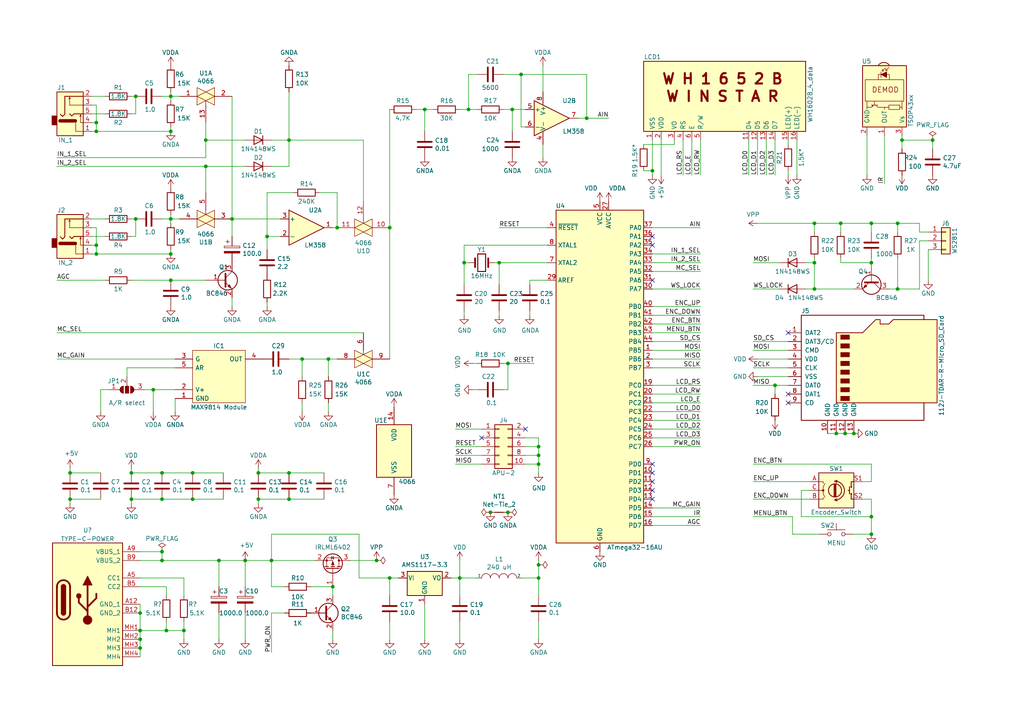
<source format=kicad_sch>
(kicad_sch (version 20211123) (generator eeschema)
  (paper "A4")
  (junction (at 20.32 144.78))
  (junction (at 252.73 76.2))
  (junction (at 156.21 167.64))
  (junction (at 40.64 185.42))
  (junction (at 27.94 38.1))
  (junction (at 71.12 162.56))
  (junction (at 46.99 162.56))
  (junction (at 109.22 162.56))
  (junction (at 74.93 137.16))
  (junction (at 38.1 137.16))
  (junction (at 83.82 137.16))
  (junction (at 245.11 125.73))
  (junction (at 113.03 66.04))
  (junction (at 133.35 167.64))
  (junction (at 142.24 148.59))
  (junction (at 236.22 83.82))
  (junction (at 59.69 40.64))
  (junction (at 270.51 40.64))
  (junction (at 38.1 144.78))
  (junction (at 156.21 129.54))
  (junction (at 123.19 31.75))
  (junction (at 49.53 38.1))
  (junction (at 53.34 182.88))
  (junction (at 27.94 35.56))
  (junction (at 83.82 144.78))
  (junction (at 113.03 167.64))
  (junction (at 46.99 160.02))
  (junction (at 97.79 66.04))
  (junction (at 252.73 64.77))
  (junction (at 55.88 137.16))
  (junction (at 87.63 104.14))
  (junction (at 46.99 137.16))
  (junction (at 95.25 104.14))
  (junction (at 134.62 76.2))
  (junction (at 147.32 105.41))
  (junction (at 236.22 64.77))
  (junction (at 27.94 71.12))
  (junction (at 77.47 68.58))
  (junction (at 49.53 81.28))
  (junction (at 261.62 40.64))
  (junction (at 67.31 63.5))
  (junction (at 49.53 73.66))
  (junction (at 156.21 132.08))
  (junction (at 20.32 137.16))
  (junction (at 49.53 27.94))
  (junction (at 40.64 182.88))
  (junction (at 39.37 63.5))
  (junction (at 49.53 63.5))
  (junction (at 252.73 149.86))
  (junction (at 48.26 182.88))
  (junction (at 151.13 21.59))
  (junction (at 27.94 73.66))
  (junction (at 39.37 27.94))
  (junction (at 156.21 134.62))
  (junction (at 148.59 31.75))
  (junction (at 63.5 162.56))
  (junction (at 147.32 148.59))
  (junction (at 224.79 111.76))
  (junction (at 170.18 34.29))
  (junction (at 74.93 144.78))
  (junction (at 189.23 49.53))
  (junction (at 135.89 31.75))
  (junction (at 96.52 170.18))
  (junction (at 78.74 162.56))
  (junction (at 260.35 64.77))
  (junction (at 144.78 76.2))
  (junction (at 40.64 177.8))
  (junction (at 247.65 125.73))
  (junction (at 44.45 113.03))
  (junction (at 252.73 154.94))
  (junction (at 236.22 76.2))
  (junction (at 46.99 144.78))
  (junction (at 243.84 64.77))
  (junction (at 156.21 163.83))
  (junction (at 242.57 125.73))
  (junction (at 55.88 144.78))
  (junction (at 59.69 48.26))
  (junction (at 40.64 187.96))
  (junction (at 260.35 83.82))
  (junction (at 83.82 40.64))
  (no_connect (at 189.23 142.24))
  (no_connect (at 139.7 127))
  (no_connect (at 189.23 137.16))
  (no_connect (at 189.23 139.7))
  (no_connect (at 228.6 96.52))
  (no_connect (at 189.23 144.78))
  (no_connect (at 189.23 134.62))
  (no_connect (at 189.23 81.28))
  (no_connect (at 189.23 68.58))
  (no_connect (at 189.23 71.12))
  (no_connect (at 228.6 116.84))
  (no_connect (at 152.4 124.46))
  (no_connect (at 228.6 114.3))
  (wire (pts (xy 38.1 135.89) (xy 38.1 137.16)))
  (wire (pts (xy 40.64 167.64) (xy 53.34 167.64)))
  (wire (pts (xy 95.25 104.14) (xy 97.79 104.14)))
  (wire (pts (xy 71.12 162.56) (xy 78.74 162.56)))
  (wire (pts (xy 39.37 68.58) (xy 39.37 63.5)))
  (wire (pts (xy 261.62 40.64) (xy 261.62 39.37)))
  (wire (pts (xy 236.22 74.93) (xy 236.22 76.2)))
  (wire (pts (xy 53.34 182.88) (xy 53.34 185.42)))
  (wire (pts (xy 20.32 137.16) (xy 29.21 137.16)))
  (wire (pts (xy 203.2 50.8) (xy 203.2 40.64)))
  (wire (pts (xy 20.32 146.05) (xy 20.32 144.78)))
  (wire (pts (xy 16.51 96.52) (xy 105.41 96.52)))
  (wire (pts (xy 266.7 83.82) (xy 266.7 69.85)))
  (wire (pts (xy 71.12 40.64) (xy 59.69 40.64)))
  (wire (pts (xy 46.99 160.02) (xy 46.99 162.56)))
  (wire (pts (xy 83.82 26.67) (xy 83.82 40.64)))
  (wire (pts (xy 26.67 35.56) (xy 27.94 35.56)))
  (wire (pts (xy 67.31 63.5) (xy 67.31 68.58)))
  (wire (pts (xy 38.1 81.28) (xy 49.53 81.28)))
  (wire (pts (xy 104.14 167.64) (xy 113.03 167.64)))
  (wire (pts (xy 157.48 45.72) (xy 157.48 41.91)))
  (wire (pts (xy 92.71 55.88) (xy 97.79 55.88)))
  (wire (pts (xy 26.67 68.58) (xy 30.48 68.58)))
  (wire (pts (xy 189.23 99.06) (xy 203.2 99.06)))
  (wire (pts (xy 257.81 83.82) (xy 260.35 83.82)))
  (wire (pts (xy 144.78 76.2) (xy 158.75 76.2)))
  (wire (pts (xy 200.66 50.8) (xy 200.66 40.64)))
  (wire (pts (xy 49.53 63.5) (xy 52.07 63.5)))
  (wire (pts (xy 146.05 105.41) (xy 147.32 105.41)))
  (wire (pts (xy 156.21 127) (xy 156.21 129.54)))
  (wire (pts (xy 44.45 119.38) (xy 44.45 113.03)))
  (wire (pts (xy 143.51 76.2) (xy 144.78 76.2)))
  (wire (pts (xy 41.91 113.03) (xy 44.45 113.03)))
  (wire (pts (xy 256.54 53.34) (xy 256.54 39.37)))
  (wire (pts (xy 48.26 182.88) (xy 53.34 182.88)))
  (wire (pts (xy 96.52 66.04) (xy 97.79 66.04)))
  (wire (pts (xy 83.82 144.78) (xy 93.98 144.78)))
  (wire (pts (xy 77.47 72.39) (xy 77.47 68.58)))
  (wire (pts (xy 266.7 64.77) (xy 266.7 67.31)))
  (wire (pts (xy 36.83 106.68) (xy 50.8 106.68)))
  (wire (pts (xy 16.51 104.14) (xy 50.8 104.14)))
  (wire (pts (xy 67.31 27.94) (xy 67.31 63.5)))
  (wire (pts (xy 232.41 149.86) (xy 252.73 149.86)))
  (wire (pts (xy 134.62 71.12) (xy 158.75 71.12)))
  (wire (pts (xy 269.24 81.28) (xy 269.24 72.39)))
  (wire (pts (xy 27.94 73.66) (xy 49.53 73.66)))
  (wire (pts (xy 152.4 134.62) (xy 156.21 134.62)))
  (wire (pts (xy 243.84 64.77) (xy 243.84 67.31)))
  (wire (pts (xy 90.17 170.18) (xy 96.52 170.18)))
  (wire (pts (xy 50.8 119.38) (xy 50.8 115.57)))
  (wire (pts (xy 133.35 185.42) (xy 133.35 180.34)))
  (wire (pts (xy 49.53 26.67) (xy 49.53 27.94)))
  (wire (pts (xy 189.23 111.76) (xy 203.2 111.76)))
  (wire (pts (xy 53.34 167.64) (xy 53.34 172.72)))
  (wire (pts (xy 186.69 41.91) (xy 195.58 41.91)))
  (wire (pts (xy 38.1 144.78) (xy 38.1 146.05)))
  (wire (pts (xy 26.67 71.12) (xy 27.94 71.12)))
  (wire (pts (xy 151.13 36.83) (xy 151.13 21.59)))
  (wire (pts (xy 236.22 64.77) (xy 243.84 64.77)))
  (wire (pts (xy 156.21 132.08) (xy 156.21 134.62)))
  (wire (pts (xy 55.88 144.78) (xy 64.77 144.78)))
  (wire (pts (xy 27.94 30.48) (xy 26.67 30.48)))
  (wire (pts (xy 39.37 33.02) (xy 39.37 27.94)))
  (wire (pts (xy 78.74 40.64) (xy 83.82 40.64)))
  (wire (pts (xy 90.17 177.8) (xy 88.9 177.8)))
  (wire (pts (xy 245.11 125.73) (xy 242.57 125.73)))
  (wire (pts (xy 59.69 48.26) (xy 59.69 55.88)))
  (wire (pts (xy 228.6 49.53) (xy 228.6 50.8)))
  (wire (pts (xy 195.58 41.91) (xy 195.58 40.64)))
  (wire (pts (xy 252.73 139.7) (xy 252.73 134.62)))
  (wire (pts (xy 27.94 66.04) (xy 26.67 66.04)))
  (wire (pts (xy 229.87 149.86) (xy 218.44 149.86)))
  (wire (pts (xy 134.62 76.2) (xy 135.89 76.2)))
  (wire (pts (xy 189.23 114.3) (xy 203.2 114.3)))
  (wire (pts (xy 29.21 144.78) (xy 20.32 144.78)))
  (wire (pts (xy 176.53 34.29) (xy 170.18 34.29)))
  (wire (pts (xy 189.23 91.44) (xy 203.2 91.44)))
  (wire (pts (xy 71.12 185.42) (xy 71.12 177.8)))
  (wire (pts (xy 132.08 124.46) (xy 139.7 124.46)))
  (wire (pts (xy 153.67 82.55) (xy 153.67 81.28)))
  (wire (pts (xy 156.21 163.83) (xy 156.21 162.56)))
  (wire (pts (xy 138.43 21.59) (xy 135.89 21.59)))
  (wire (pts (xy 226.06 76.2) (xy 218.44 76.2)))
  (wire (pts (xy 46.99 63.5) (xy 49.53 63.5)))
  (wire (pts (xy 74.93 144.78) (xy 83.82 144.78)))
  (wire (pts (xy 133.35 167.64) (xy 138.43 167.64)))
  (wire (pts (xy 237.49 154.94) (xy 229.87 154.94)))
  (wire (pts (xy 48.26 170.18) (xy 48.26 172.72)))
  (wire (pts (xy 123.19 38.1) (xy 123.19 31.75)))
  (wire (pts (xy 203.2 73.66) (xy 189.23 73.66)))
  (wire (pts (xy 49.53 64.77) (xy 49.53 63.5)))
  (wire (pts (xy 219.71 109.22) (xy 228.6 109.22)))
  (wire (pts (xy 59.69 45.72) (xy 59.69 40.64)))
  (wire (pts (xy 63.5 170.18) (xy 63.5 162.56)))
  (wire (pts (xy 74.93 144.78) (xy 74.93 146.05)))
  (wire (pts (xy 20.32 137.16) (xy 20.32 135.89)))
  (wire (pts (xy 252.73 149.86) (xy 252.73 154.94)))
  (wire (pts (xy 146.05 113.03) (xy 147.32 113.03)))
  (wire (pts (xy 243.84 76.2) (xy 252.73 76.2)))
  (wire (pts (xy 77.47 68.58) (xy 81.28 68.58)))
  (wire (pts (xy 63.5 185.42) (xy 63.5 177.8)))
  (wire (pts (xy 113.03 31.75) (xy 113.03 66.04)))
  (wire (pts (xy 133.35 31.75) (xy 135.89 31.75)))
  (wire (pts (xy 224.79 114.3) (xy 224.79 111.76)))
  (wire (pts (xy 252.73 149.86) (xy 252.73 144.78)))
  (wire (pts (xy 38.1 144.78) (xy 46.99 144.78)))
  (wire (pts (xy 156.21 167.64) (xy 156.21 163.83)))
  (wire (pts (xy 156.21 134.62) (xy 156.21 137.16)))
  (wire (pts (xy 218.44 144.78) (xy 234.95 144.78)))
  (wire (pts (xy 78.74 177.8) (xy 82.55 177.8)))
  (wire (pts (xy 233.68 83.82) (xy 236.22 83.82)))
  (wire (pts (xy 132.08 134.62) (xy 139.7 134.62)))
  (wire (pts (xy 49.53 73.66) (xy 49.53 72.39)))
  (wire (pts (xy 40.64 185.42) (xy 40.64 187.96)))
  (wire (pts (xy 96.52 172.72) (xy 96.52 170.18)))
  (wire (pts (xy 78.74 154.94) (xy 104.14 154.94)))
  (wire (pts (xy 83.82 104.14) (xy 87.63 104.14)))
  (wire (pts (xy 49.53 27.94) (xy 49.53 29.21)))
  (wire (pts (xy 189.23 124.46) (xy 203.2 124.46)))
  (wire (pts (xy 148.59 38.1) (xy 148.59 31.75)))
  (wire (pts (xy 252.73 74.93) (xy 252.73 76.2)))
  (wire (pts (xy 189.23 152.4) (xy 203.2 152.4)))
  (wire (pts (xy 46.99 162.56) (xy 63.5 162.56)))
  (wire (pts (xy 38.1 137.16) (xy 46.99 137.16)))
  (wire (pts (xy 252.73 144.78) (xy 250.19 144.78)))
  (wire (pts (xy 218.44 111.76) (xy 224.79 111.76)))
  (wire (pts (xy 27.94 38.1) (xy 27.94 35.56)))
  (wire (pts (xy 49.53 62.23) (xy 49.53 63.5)))
  (wire (pts (xy 157.48 19.05) (xy 157.48 26.67)))
  (wire (pts (xy 260.35 67.31) (xy 260.35 64.77)))
  (wire (pts (xy 236.22 83.82) (xy 247.65 83.82)))
  (wire (pts (xy 135.89 31.75) (xy 138.43 31.75)))
  (wire (pts (xy 261.62 43.18) (xy 261.62 40.64)))
  (wire (pts (xy 203.2 78.74) (xy 189.23 78.74)))
  (wire (pts (xy 67.31 63.5) (xy 81.28 63.5)))
  (wire (pts (xy 38.1 27.94) (xy 39.37 27.94)))
  (wire (pts (xy 234.95 142.24) (xy 232.41 142.24)))
  (wire (pts (xy 104.14 154.94) (xy 104.14 167.64)))
  (wire (pts (xy 71.12 170.18) (xy 71.12 162.56)))
  (wire (pts (xy 95.25 104.14) (xy 95.25 109.22)))
  (wire (pts (xy 152.4 132.08) (xy 156.21 132.08)))
  (wire (pts (xy 26.67 73.66) (xy 27.94 73.66)))
  (wire (pts (xy 153.67 81.28) (xy 158.75 81.28)))
  (wire (pts (xy 26.67 38.1) (xy 27.94 38.1)))
  (wire (pts (xy 153.67 91.44) (xy 153.67 90.17)))
  (wire (pts (xy 219.71 40.64) (xy 219.71 50.8)))
  (wire (pts (xy 266.7 69.85) (xy 269.24 69.85)))
  (wire (pts (xy 132.08 132.08) (xy 139.7 132.08)))
  (wire (pts (xy 144.78 66.04) (xy 158.75 66.04)))
  (wire (pts (xy 46.99 27.94) (xy 49.53 27.94)))
  (wire (pts (xy 252.73 64.77) (xy 260.35 64.77)))
  (wire (pts (xy 40.64 160.02) (xy 46.99 160.02)))
  (wire (pts (xy 151.13 21.59) (xy 146.05 21.59)))
  (wire (pts (xy 38.1 33.02) (xy 39.37 33.02)))
  (wire (pts (xy 83.82 48.26) (xy 78.74 48.26)))
  (wire (pts (xy 234.95 139.7) (xy 218.44 139.7)))
  (wire (pts (xy 218.44 83.82) (xy 226.06 83.82)))
  (wire (pts (xy 87.63 104.14) (xy 95.25 104.14)))
  (wire (pts (xy 78.74 170.18) (xy 82.55 170.18)))
  (wire (pts (xy 55.88 137.16) (xy 64.77 137.16)))
  (wire (pts (xy 170.18 34.29) (xy 170.18 21.59)))
  (wire (pts (xy 46.99 137.16) (xy 55.88 137.16)))
  (wire (pts (xy 144.78 91.44) (xy 144.78 90.17)))
  (wire (pts (xy 63.5 162.56) (xy 71.12 162.56)))
  (wire (pts (xy 27.94 35.56) (xy 27.94 30.48)))
  (wire (pts (xy 83.82 40.64) (xy 105.41 40.64)))
  (wire (pts (xy 105.41 40.64) (xy 105.41 58.42)))
  (wire (pts (xy 152.4 36.83) (xy 151.13 36.83)))
  (wire (pts (xy 133.35 167.64) (xy 130.81 167.64)))
  (wire (pts (xy 203.2 76.2) (xy 189.23 76.2)))
  (wire (pts (xy 74.93 135.89) (xy 74.93 137.16)))
  (wire (pts (xy 113.03 172.72) (xy 113.03 167.64)))
  (wire (pts (xy 77.47 68.58) (xy 77.47 55.88)))
  (wire (pts (xy 156.21 129.54) (xy 156.21 132.08)))
  (wire (pts (xy 49.53 38.1) (xy 49.53 36.83)))
  (wire (pts (xy 38.1 68.58) (xy 39.37 68.58)))
  (wire (pts (xy 189.23 121.92) (xy 203.2 121.92)))
  (wire (pts (xy 133.35 172.72) (xy 133.35 167.64)))
  (wire (pts (xy 59.69 48.26) (xy 71.12 48.26)))
  (wire (pts (xy 133.35 162.56) (xy 133.35 167.64)))
  (wire (pts (xy 46.99 144.78) (xy 55.88 144.78)))
  (wire (pts (xy 219.71 64.77) (xy 236.22 64.77)))
  (wire (pts (xy 203.2 93.98) (xy 189.23 93.98)))
  (wire (pts (xy 189.23 116.84) (xy 203.2 116.84)))
  (wire (pts (xy 151.13 167.64) (xy 156.21 167.64)))
  (wire (pts (xy 27.94 73.66) (xy 27.94 71.12)))
  (wire (pts (xy 217.17 50.8) (xy 217.17 40.64)))
  (wire (pts (xy 78.74 170.18) (xy 78.74 162.56)))
  (wire (pts (xy 83.82 40.64) (xy 83.82 48.26)))
  (wire (pts (xy 40.64 182.88) (xy 40.64 185.42)))
  (wire (pts (xy 270.51 43.18) (xy 270.51 40.64)))
  (wire (pts (xy 123.19 185.42) (xy 123.19 175.26)))
  (wire (pts (xy 219.71 104.14) (xy 228.6 104.14)))
  (wire (pts (xy 78.74 162.56) (xy 91.44 162.56)))
  (wire (pts (xy 132.08 129.54) (xy 139.7 129.54)))
  (wire (pts (xy 123.19 31.75) (xy 125.73 31.75)))
  (wire (pts (xy 16.51 81.28) (xy 30.48 81.28)))
  (wire (pts (xy 77.47 88.9) (xy 77.47 87.63)))
  (wire (pts (xy 137.16 105.41) (xy 138.43 105.41)))
  (wire (pts (xy 198.12 50.8) (xy 198.12 40.64)))
  (wire (pts (xy 40.64 175.26) (xy 40.64 177.8)))
  (wire (pts (xy 16.51 48.26) (xy 59.69 48.26)))
  (wire (pts (xy 270.51 40.64) (xy 261.62 40.64)))
  (wire (pts (xy 229.87 154.94) (xy 229.87 149.86)))
  (wire (pts (xy 250.19 139.7) (xy 252.73 139.7)))
  (wire (pts (xy 146.05 31.75) (xy 148.59 31.75)))
  (wire (pts (xy 148.59 31.75) (xy 152.4 31.75)))
  (wire (pts (xy 189.23 83.82) (xy 203.2 83.82)))
  (wire (pts (xy 134.62 91.44) (xy 134.62 90.17)))
  (wire (pts (xy 233.68 76.2) (xy 236.22 76.2)))
  (wire (pts (xy 87.63 116.84) (xy 87.63 119.38)))
  (wire (pts (xy 224.79 40.64) (xy 224.79 50.8)))
  (wire (pts (xy 16.51 45.72) (xy 59.69 45.72)))
  (wire (pts (xy 147.32 105.41) (xy 154.94 105.41)))
  (wire (pts (xy 191.77 50.8) (xy 191.77 40.64)))
  (wire (pts (xy 101.6 162.56) (xy 109.22 162.56)))
  (wire (pts (xy 120.65 31.75) (xy 123.19 31.75)))
  (wire (pts (xy 251.46 50.8) (xy 251.46 39.37)))
  (wire (pts (xy 49.53 81.28) (xy 59.69 81.28)))
  (wire (pts (xy 236.22 64.77) (xy 236.22 67.31)))
  (wire (pts (xy 218.44 99.06) (xy 228.6 99.06)))
  (wire (pts (xy 40.64 177.8) (xy 40.64 182.88)))
  (wire (pts (xy 260.35 83.82) (xy 260.35 74.93)))
  (wire (pts (xy 218.44 101.6) (xy 228.6 101.6)))
  (wire (pts (xy 152.4 127) (xy 156.21 127)))
  (wire (pts (xy 228.6 41.91) (xy 228.6 40.64)))
  (wire (pts (xy 189.23 147.32) (xy 203.2 147.32)))
  (wire (pts (xy 260.35 64.77) (xy 266.7 64.77)))
  (wire (pts (xy 134.62 82.55) (xy 134.62 76.2)))
  (wire (pts (xy 156.21 185.42) (xy 156.21 180.34)))
  (wire (pts (xy 44.45 113.03) (xy 50.8 113.03)))
  (wire (pts (xy 203.2 149.86) (xy 189.23 149.86)))
  (wire (pts (xy 189.23 129.54) (xy 203.2 129.54)))
  (wire (pts (xy 29.21 113.03) (xy 31.75 113.03)))
  (wire (pts (xy 252.73 154.94) (xy 247.65 154.94)))
  (wire (pts (xy 135.89 21.59) (xy 135.89 31.75)))
  (wire (pts (xy 260.35 83.82) (xy 266.7 83.82)))
  (wire (pts (xy 236.22 76.2) (xy 236.22 83.82)))
  (wire (pts (xy 67.31 88.9) (xy 67.31 86.36)))
  (wire (pts (xy 189.23 66.04) (xy 203.2 66.04)))
  (wire (pts (xy 77.47 55.88) (xy 85.09 55.88)))
  (wire (pts (xy 144.78 82.55) (xy 144.78 76.2)))
  (wire (pts (xy 203.2 96.52) (xy 189.23 96.52)))
  (wire (pts (xy 242.57 125.73) (xy 240.03 125.73)))
  (wire (pts (xy 252.73 134.62) (xy 218.44 134.62)))
  (wire (pts (xy 189.23 49.53) (xy 189.23 50.8)))
  (wire (pts (xy 232.41 142.24) (xy 232.41 149.86)))
  (wire (pts (xy 113.03 167.64) (xy 115.57 167.64)))
  (wire (pts (xy 224.79 111.76) (xy 228.6 111.76)))
  (wire (pts (xy 26.67 63.5) (xy 30.48 63.5)))
  (wire (pts (xy 167.64 34.29) (xy 170.18 34.29)))
  (wire (pts (xy 152.4 129.54) (xy 156.21 129.54)))
  (wire (pts (xy 252.73 64.77) (xy 252.73 67.31)))
  (wire (pts (xy 189.23 106.68) (xy 203.2 106.68)))
  (wire (pts (xy 243.84 64.77) (xy 252.73 64.77)))
  (wire (pts (xy 49.53 27.94) (xy 52.07 27.94)))
  (wire (pts (xy 38.1 63.5) (xy 39.37 63.5)))
  (wire (pts (xy 231.14 50.8) (xy 231.14 40.64)))
  (wire (pts (xy 113.03 185.42) (xy 113.03 180.34)))
  (wire (pts (xy 156.21 172.72) (xy 156.21 167.64)))
  (wire (pts (xy 40.64 182.88) (xy 48.26 182.88)))
  (wire (pts (xy 27.94 38.1) (xy 49.53 38.1)))
  (wire (pts (xy 59.69 35.56) (xy 59.69 40.64)))
  (wire (pts (xy 247.65 125.73) (xy 245.11 125.73)))
  (wire (pts (xy 26.67 27.94) (xy 30.48 27.94)))
  (wire (pts (xy 147.32 113.03) (xy 147.32 105.41)))
  (wire (pts (xy 137.16 113.03) (xy 138.43 113.03)))
  (wire (pts (xy 218.44 106.68) (xy 228.6 106.68)))
  (wire (pts (xy 96.52 185.42) (xy 96.52 182.88)))
  (wire (pts (xy 83.82 137.16) (xy 93.98 137.16)))
  (wire (pts (xy 95.25 116.84) (xy 95.25 119.38)))
  (wire (pts (xy 189.23 119.38) (xy 203.2 119.38)))
  (wire (pts (xy 87.63 104.14) (xy 87.63 109.22)))
  (wire (pts (xy 189.23 88.9) (xy 203.2 88.9)))
  (wire (pts (xy 189.23 127) (xy 203.2 127)))
  (wire (pts (xy 29.21 119.38) (xy 29.21 113.03)))
  (wire (pts (xy 189.23 40.64) (xy 189.23 49.53)))
  (wire (pts (xy 78.74 154.94) (xy 78.74 162.56)))
  (wire (pts (xy 97.79 55.88) (xy 97.79 66.04)))
  (wire (pts (xy 222.25 40.64) (xy 222.25 50.8)))
  (wire (pts (xy 78.74 189.23) (xy 78.74 177.8)))
  (wire (pts (xy 189.23 101.6) (xy 203.2 101.6)))
  (wire (pts (xy 40.64 187.96) (xy 40.64 190.5)))
  (wire (pts (xy 74.93 137.16) (xy 83.82 137.16)))
  (wire (pts (xy 186.69 49.53) (xy 189.23 49.53)))
  (wire (pts (xy 26.67 33.02) (xy 30.48 33.02)))
  (wire (pts (xy 189.23 104.14) (xy 203.2 104.14)))
  (wire (pts (xy 40.64 162.56) (xy 46.99 162.56)))
  (wire (pts (xy 48.26 180.34) (xy 48.26 182.88)))
  (wire (pts (xy 134.62 76.2) (xy 134.62 71.12)))
  (wire (pts (xy 53.34 180.34) (xy 53.34 182.88)))
  (wire (pts (xy 243.84 74.93) (xy 243.84 76.2)))
  (wire (pts (xy 40.64 170.18) (xy 48.26 170.18)))
  (wire (pts (xy 113.03 66.04) (xy 113.03 104.14)))
  (wire (pts (xy 27.94 71.12) (xy 27.94 66.04)))
  (wire (pts (xy 36.83 109.22) (xy 36.83 106.68)))
  (wire (pts (xy 170.18 21.59) (xy 151.13 21.59)))
  (wire (pts (xy 266.7 67.31) (xy 269.24 67.31)))
  (label "LCD_D2" (at 222.25 50.8 90))
  (label "RESET" (at 144.78 66.04 0))
  (label "AIN" (at 176.53 34.29 180))
  (label "MOSI" (at 218.44 76.2 0))
  (label "MC_SEL" (at 203.2 78.74 180))
  (label "ENC_UP" (at 218.44 139.7 0))
  (label "ENC_BTN" (at 203.2 93.98 180))
  (label "LCD_RS" (at 198.12 50.8 90))
  (label "LCD_RW" (at 203.2 50.8 90))
  (label "IR" (at 203.2 149.86 180))
  (label "SCLK" (at 203.2 106.68 180))
  (label "PWR_ON" (at 203.2 129.54 180))
  (label "ENC_DOWN" (at 218.44 144.78 0))
  (label "MISO" (at 203.2 104.14 180))
  (label "MC_GAIN" (at 16.51 104.14 0))
  (label "LCD_RS" (at 203.2 111.76 180))
  (label "LCD_E" (at 203.2 116.84 180))
  (label "WS_LOCK" (at 218.44 83.82 0))
  (label "IN_2_SEL" (at 16.51 48.26 0))
  (label "WS_LOCK" (at 203.2 83.82 180))
  (label "LCD_D3" (at 224.79 50.8 90))
  (label "IN_2_SEL" (at 203.2 76.2 180))
  (label "AGC" (at 203.2 152.4 180))
  (label "LCD_D2" (at 203.2 124.46 180))
  (label "LCD_D1" (at 203.2 121.92 180))
  (label "MC_GAIN" (at 203.2 147.32 180))
  (label "LCD_D0" (at 203.2 119.38 180))
  (label "AIN" (at 203.2 66.04 180))
  (label "LCD_D3" (at 203.2 127 180))
  (label "SD_CS" (at 203.2 99.06 180))
  (label "AGC" (at 16.51 81.28 0))
  (label "ENC_BTN" (at 218.44 134.62 0))
  (label "IR" (at 256.54 53.34 90))
  (label "LCD_E" (at 200.66 50.8 90))
  (label "RESET" (at 132.08 129.54 0))
  (label "ENC_UP" (at 203.2 88.9 180))
  (label "SD_CS" (at 218.44 99.06 0))
  (label "ENC_DOWN" (at 203.2 91.44 180))
  (label "MOSI" (at 203.2 101.6 180))
  (label "MENU_BTN" (at 203.2 96.52 180))
  (label "IN_1_SEL" (at 16.51 45.72 0))
  (label "MISO" (at 218.44 111.76 0))
  (label "PWR_ON" (at 78.74 189.23 90))
  (label "MOSI" (at 132.08 124.46 0))
  (label "MC_SEL" (at 16.51 96.52 0))
  (label "IN_1_SEL" (at 203.2 73.66 180))
  (label "LCD_D0" (at 217.17 50.8 90))
  (label "LCD_D1" (at 219.71 50.8 90))
  (label "MENU_BTN" (at 218.44 149.86 0))
  (label "MOSI" (at 218.44 101.6 0))
  (label "LCD_RW" (at 203.2 114.3 180))
  (label "RESET" (at 154.94 105.41 180))
  (label "MISO" (at 132.08 134.62 0))
  (label "SCLK" (at 132.08 132.08 0))
  (label "SCLK" (at 218.44 106.68 0))
  (symbol (lib_id "DigiLight-rescue:ATmega32-16AU-MCU_Microchip_ATmega") (at 173.99 109.22 0) (unit 1)
    (property "Reference" "U4" (at 162.56 59.69 0))
    (property "Value" "ATmega32-16AU" (at 184.15 158.75 0))
    (property "Footprint" "Package_QFP:TQFP-44_10x10mm_P0.8mm" (effects hide))
    (property "Datasheet" "http://ww1.microchip.com/downloads/en/DeviceDoc/doc2503.pdf" (effects hide))
  )
  (symbol (lib_id "Quasar_special:WH1602B_4_data") (at 212.09 30.48 90) (unit 1)
    (property "Reference" "LCD1" (at 191.77 16.51 90) (effects (justify left)))
    (property "Value" "WH1602B_4_data" (at 234.95 35.56 0) (effects (justify left)))
    (property "Footprint" "ExternalLib:WC1602A_4_data" (effects hide))
    (property "Datasheet" "http://www.wincomlcd.com/pdf/WC1602A-SFYLYHTC06.pdf" (effects hide))
  )
  (symbol (lib_id "Interface_Optical:TSOP43xx") (at 256.54 29.21 270) (unit 1)
    (property "Reference" "U5" (at 252.73 17.78 90) (effects (justify right)))
    (property "Value" "TSOP43xx" (at 264.16 36.83 0) (effects (justify right)))
    (property "Footprint" "OptoDevice:Vishay_MOLD-3Pin" (effects hide))
    (property "Datasheet" "http://www.vishay.com/docs/82460/tsop45.pdf" (effects hide))
  )
  (symbol (lib_id "Device:R") (at 77.47 83.82 0) (unit 1)
    (property "Reference" "R12" (at 81.28 82.55 0))
    (property "Value" "2.2K" (at 81.28 85.09 0))
    (property "Footprint" "Resistor_SMD:R_1206_3216Metric" (effects hide))
  )
  (symbol (lib_id "Amplifier_Operational:LM358") (at 88.9 66.04 0) (unit 1)
    (property "Reference" "U2" (at 91.44 60.96 0))
    (property "Value" "LM358" (at 91.44 71.12 0))
    (property "Footprint" "Package_SO:SOIC-8_3.9x4.9mm_P1.27mm" (effects hide))
    (property "Datasheet" "http://www.ti.com/lit/ds/symlink/lm2904-n.pdf" (effects hide))
  )
  (symbol (lib_id "Amplifier_Operational:LM358") (at 160.02 34.29 0) (unit 2)
    (property "Reference" "U2" (at 165.1 29.21 0))
    (property "Value" "LM358" (at 166.37 38.1 0))
    (property "Footprint" "Package_SO:SOIC-8_3.9x4.9mm_P1.27mm" (effects hide))
    (property "Datasheet" "http://www.ti.com/lit/ds/symlink/lm2904-n.pdf" (effects hide))
  )
  (symbol (lib_id "Amplifier_Operational:LM358") (at 160.02 34.29 0) (unit 3)
    (property "Reference" "U2" (effects hide))
    (property "Value" "LM358" (effects hide))
    (property "Footprint" "Package_SO:SOIC-8_3.9x4.9mm_P1.27mm" (effects hide))
    (property "Datasheet" "http://www.ti.com/lit/ds/symlink/lm2904-n.pdf" (effects hide))
  )
  (symbol (lib_id "power:GND") (at 134.62 91.44 0) (unit 1)
    (property "Reference" "#PWR033" (effects hide))
    (property "Value" "GND" (at 134.747 95.8342 0))
  )
  (symbol (lib_id "power:GND") (at 144.78 91.44 0) (unit 1)
    (property "Reference" "#PWR036" (effects hide))
    (property "Value" "GND" (at 144.907 95.8342 0))
  )
  (symbol (lib_id "Device:R") (at 116.84 31.75 270) (unit 1)
    (property "Reference" "R15" (at 116.84 29.21 90))
    (property "Value" "4.7K" (at 116.84 34.29 90))
    (property "Footprint" "Resistor_SMD:R_1206_3216Metric" (effects hide))
  )
  (symbol (lib_id "Device:R") (at 34.29 27.94 270) (unit 1)
    (property "Reference" "R1" (at 34.29 25.4 90))
    (property "Value" "1.8K" (at 34.29 27.94 90))
    (property "Footprint" "Resistor_SMD:R_1206_3216Metric" (effects hide))
  )
  (symbol (lib_id "Device:R") (at 34.29 81.28 270) (unit 1)
    (property "Reference" "R5" (at 34.29 78.74 90))
    (property "Value" "1K" (at 34.29 83.82 90))
    (property "Footprint" "Resistor_SMD:R_1206_3216Metric" (effects hide))
  )
  (symbol (lib_id "Device:Crystal") (at 139.7 76.2 0) (unit 1)
    (property "Reference" "Y1" (at 139.7 72.39 0))
    (property "Value" "16MHz" (at 139.7 80.01 0))
    (property "Footprint" "Crystal:Crystal_HC49-4H_Vertical" (effects hide))
  )
  (symbol (lib_id "Device:C") (at 77.47 76.2 0) (unit 1)
    (property "Reference" "C15" (at 80.391 75.0316 0) (effects (justify left)))
    (property "Value" "2.2" (at 80.391 77.343 0) (effects (justify left)))
    (property "Footprint" "Capacitor_SMD:C_1206_3216Metric" (effects hide))
  )
  (symbol (lib_id "Device:C") (at 123.19 41.91 0) (unit 1)
    (property "Reference" "C18" (at 126.111 40.7416 0) (effects (justify left)))
    (property "Value" "0.01" (at 126.111 43.053 0) (effects (justify left)))
    (property "Footprint" "Capacitor_SMD:C_1206_3216Metric" (effects hide))
  )
  (symbol (lib_id "Device:C") (at 148.59 41.91 0) (unit 1)
    (property "Reference" "C24" (at 140.97 40.64 0) (effects (justify left)))
    (property "Value" "1000" (at 139.7 43.18 0) (effects (justify left)))
    (property "Footprint" "Capacitor_SMD:C_1206_3216Metric" (effects hide))
  )
  (symbol (lib_id "Device:C") (at 142.24 21.59 270) (unit 1)
    (property "Reference" "C21" (at 140.97 17.78 90) (effects (justify left)))
    (property "Value" "5600" (at 139.7 25.4 90) (effects (justify left)))
    (property "Footprint" "Capacitor_SMD:C_1206_3216Metric" (effects hide))
  )
  (symbol (lib_id "Device:C") (at 43.18 27.94 270) (unit 1)
    (property "Reference" "C5" (at 41.91 24.13 90) (effects (justify left)))
    (property "Value" "1.0" (at 41.91 31.75 90) (effects (justify left)))
    (property "Footprint" "Capacitor_SMD:C_1206_3216Metric" (effects hide))
  )
  (symbol (lib_id "Transistor_BJT:BC846") (at 64.77 81.28 0) (unit 1)
    (property "Reference" "Q1" (at 63.5 77.47 0) (effects (justify left)))
    (property "Value" "BC846" (at 59.69 85.09 0) (effects (justify left)))
    (property "Footprint" "Package_TO_SOT_SMD:SOT-23" (effects hide))
    (property "Datasheet" "https://assets.nexperia.com/documents/data-sheet/BC846_SER.pdf" (effects hide))
  )
  (symbol (lib_id "Device:C") (at 153.67 86.36 0) (unit 1)
    (property "Reference" "C25" (at 156.591 85.1916 0) (effects (justify left)))
    (property "Value" "0.1" (at 156.591 87.503 0) (effects (justify left)))
    (property "Footprint" "Capacitor_SMD:C_1206_3216Metric" (effects hide))
  )
  (symbol (lib_id "Device:C_Polarized") (at 67.31 72.39 0) (unit 1)
    (property "Reference" "C12" (at 70.3072 71.2216 0) (effects (justify left)))
    (property "Value" "100.0" (at 70.3072 73.533 0) (effects (justify left)))
    (property "Footprint" "Capacitor_Tantalum_SMD:CP_EIA-3528-21_Kemet-B_Pad1.50x2.35mm_HandSolder" (effects hide))
  )
  (symbol (lib_id "Device:C") (at 144.78 86.36 0) (unit 1)
    (property "Reference" "C23" (at 147.701 85.1916 0) (effects (justify left)))
    (property "Value" "20" (at 147.701 87.503 0) (effects (justify left)))
    (property "Footprint" "Capacitor_SMD:C_1206_3216Metric" (effects hide))
  )
  (symbol (lib_id "Device:C") (at 134.62 86.36 0) (unit 1)
    (property "Reference" "C20" (at 137.541 85.1916 0) (effects (justify left)))
    (property "Value" "20" (at 137.541 87.503 0) (effects (justify left)))
    (property "Footprint" "Capacitor_SMD:C_1206_3216Metric" (effects hide))
  )
  (symbol (lib_id "Device:R") (at 129.54 31.75 270) (unit 1)
    (property "Reference" "R16" (at 129.54 29.21 90))
    (property "Value" "30K" (at 129.54 34.29 90))
    (property "Footprint" "Resistor_SMD:R_1206_3216Metric" (effects hide))
  )
  (symbol (lib_id "Device:R") (at 142.24 31.75 270) (unit 1)
    (property "Reference" "R17" (at 142.24 29.21 90))
    (property "Value" "10K" (at 142.24 34.29 90))
    (property "Footprint" "Resistor_SMD:R_1206_3216Metric" (effects hide))
  )
  (symbol (lib_id "Transistor_FET:IRLML6402") (at 96.52 165.1 270) (mirror x) (unit 1)
    (property "Reference" "Q3" (at 96.52 156.4132 90))
    (property "Value" "IRLML6402" (at 96.52 158.7246 90))
    (property "Footprint" "Package_TO_SOT_SMD:SOT-23" (effects hide))
    (property "Datasheet" "https://www.infineon.com/dgdl/irlml6402pbf.pdf?fileId=5546d462533600a401535668d5c2263c" (effects hide))
  )
  (symbol (lib_id "power:GNDA") (at 67.31 88.9 0) (unit 1)
    (property "Reference" "#PWR017" (effects hide))
    (property "Value" "GNDA" (at 67.31 92.71 0))
  )
  (symbol (lib_id "Transistor_BJT:BC846") (at 93.98 177.8 0) (unit 1)
    (property "Reference" "Q2" (at 98.8314 176.6316 0) (effects (justify left)))
    (property "Value" "BC846" (at 98.8314 178.943 0) (effects (justify left)))
    (property "Footprint" "Package_TO_SOT_SMD:SOT-23" (effects hide))
    (property "Datasheet" "https://assets.nexperia.com/documents/data-sheet/BC846_SER.pdf" (effects hide))
  )
  (symbol (lib_id "power:GNDA") (at 77.47 88.9 0) (unit 1)
    (property "Reference" "#PWR020" (effects hide))
    (property "Value" "GNDA" (at 77.47 92.71 0))
  )
  (symbol (lib_id "power:GNDA") (at 123.19 45.72 0) (unit 1)
    (property "Reference" "#PWR030" (effects hide))
    (property "Value" "GNDA" (at 123.19 49.53 0))
  )
  (symbol (lib_id "power:GNDA") (at 148.59 45.72 0) (unit 1)
    (property "Reference" "#PWR037" (effects hide))
    (property "Value" "GNDA" (at 148.59 49.53 0))
  )
  (symbol (lib_id "Device:R") (at 88.9 55.88 90) (unit 1)
    (property "Reference" "R14" (at 88.9 53.34 90))
    (property "Value" "240K" (at 88.9 58.42 90))
    (property "Footprint" "Resistor_SMD:R_1206_3216Metric" (effects hide))
  )
  (symbol (lib_id "power:GND") (at 63.5 185.42 0) (unit 1)
    (property "Reference" "#PWR07" (effects hide))
    (property "Value" "GND" (at 63.5 189.23 0))
  )
  (symbol (lib_id "power:GND") (at 96.52 185.42 0) (unit 1)
    (property "Reference" "#PWR022" (effects hide))
    (property "Value" "GND" (at 96.52 189.23 0))
  )
  (symbol (lib_id "power:GNDA") (at 153.67 91.44 0) (unit 1)
    (property "Reference" "#PWR038" (effects hide))
    (property "Value" "GNDA" (at 153.797 95.8342 0))
  )
  (symbol (lib_id "Device:RotaryEncoder_Switch") (at 242.57 142.24 0) (unit 1)
    (property "Reference" "SW1" (at 242.57 135.89 0))
    (property "Value" "Encoder_Switch" (at 242.57 148.59 0))
    (property "Footprint" "ExternalLib:PEC11R4220FS0024" (effects hide))
  )
  (symbol (lib_id "Device:R") (at 86.36 170.18 90) (unit 1)
    (property "Reference" "R10" (at 86.36 167.64 90))
    (property "Value" "10K" (at 86.36 173.1264 90))
    (property "Footprint" "Resistor_SMD:R_1206_3216Metric" (effects hide))
  )
  (symbol (lib_id "Device:R") (at 86.36 177.8 90) (unit 1)
    (property "Reference" "R11" (at 86.36 175.26 90))
    (property "Value" "1K" (at 86.36 180.7464 90))
    (property "Footprint" "Resistor_SMD:R_1206_3216Metric" (effects hide))
  )
  (symbol (lib_id "Switch:SW_Push") (at 242.57 154.94 0) (unit 1)
    (property "Reference" "SW2" (at 240.03 152.4 0))
    (property "Value" "MENU" (at 242.57 157.48 0))
    (property "Footprint" "Button_Switch_THT:SW_PUSH_6mm_H13mm" (effects hide))
  )
  (symbol (lib_id "Device:R") (at 34.29 33.02 270) (unit 1)
    (property "Reference" "R2" (at 34.29 35.56 90))
    (property "Value" "1.8K" (at 34.29 33.02 90))
    (property "Footprint" "Resistor_SMD:R_1206_3216Metric" (effects hide))
  )
  (symbol (lib_id "112J-TDAR:112J-TDAR-R-Micro_SD_Card") (at 228.6 96.52 0) (unit 1)
    (property "Reference" "J5" (at 232.41 90.17 0) (effects (justify left)))
    (property "Value" "112J-TDAR-R-Micro_SD_Card" (at 273.05 120.65 90) (effects (justify left)))
    (property "Footprint" "ExternalLib:112JTDARR" (effects hide))
    (property "Datasheet" "http://katalog.we-online.de/em/datasheet/693072010801.pdf" (effects hide))
  )
  (symbol (lib_id "Device:R") (at 224.79 118.11 180) (unit 1)
    (property "Reference" "R20" (at 220.98 116.84 0))
    (property "Value" "10K" (at 220.98 119.38 0))
    (property "Footprint" "Resistor_SMD:R_1206_3216Metric" (effects hide))
  )
  (symbol (lib_id "power:VDD") (at 224.79 121.92 180) (unit 1)
    (property "Reference" "#PWR051" (effects hide))
    (property "Value" "VDD" (at 224.79 125.73 0))
  )
  (symbol (lib_id "DigiLight-rescue:AudioJack-PJ-307-PJ-307") (at 16.51 26.67 0) (unit 1)
    (property "Reference" "J1" (at 17.78 25.4 0))
    (property "Value" "IN_1" (at 19.05 40.64 0))
    (property "Footprint" "ExternalLib:PJ-307" (effects hide))
  )
  (symbol (lib_id "Regulator_Linear:AMS1117-3.3") (at 123.19 167.64 0) (unit 1)
    (property "Reference" "U3" (at 123.19 161.4932 0))
    (property "Value" "AMS1117-3.3" (at 123.19 163.8046 0))
    (property "Footprint" "Package_TO_SOT_SMD:SOT-223-3_TabPin2" (effects hide))
    (property "Datasheet" "http://www.advanced-monolithic.com/pdf/ds1117.pdf" (effects hide))
  )
  (symbol (lib_id "Device:R") (at 34.29 68.58 270) (unit 1)
    (property "Reference" "R4" (at 34.29 71.12 90))
    (property "Value" "1.8K" (at 34.29 68.58 90))
    (property "Footprint" "Resistor_SMD:R_1206_3216Metric" (effects hide))
  )
  (symbol (lib_id "Device:C") (at 113.03 176.53 0) (unit 1)
    (property "Reference" "C17" (at 115.951 175.3616 0) (effects (justify left)))
    (property "Value" "10.0" (at 115.951 177.673 0) (effects (justify left)))
    (property "Footprint" "Capacitor_SMD:C_1206_3216Metric" (effects hide))
  )
  (symbol (lib_id "Device:C") (at 133.35 176.53 0) (unit 1)
    (property "Reference" "C19" (at 136.271 175.3616 0) (effects (justify left)))
    (property "Value" "0.1" (at 136.271 177.673 0) (effects (justify left)))
    (property "Footprint" "Capacitor_SMD:C_1206_3216Metric" (effects hide))
  )
  (symbol (lib_id "power:GND") (at 113.03 185.42 0) (unit 1)
    (property "Reference" "#PWR026" (effects hide))
    (property "Value" "GND" (at 113.03 189.23 0))
  )
  (symbol (lib_id "power:GND") (at 133.35 185.42 0) (unit 1)
    (property "Reference" "#PWR032" (effects hide))
    (property "Value" "GND" (at 133.35 189.23 0))
  )
  (symbol (lib_id "DigiLight-rescue:AudioJack-PJ-307-PJ-307") (at 16.51 62.23 0) (unit 1)
    (property "Reference" "J2" (at 17.78 60.96 0))
    (property "Value" "IN_2" (at 19.05 76.2 0))
    (property "Footprint" "ExternalLib:PJ-307" (effects hide))
  )
  (symbol (lib_id "pspice:INDUCTOR") (at 144.78 167.64 0) (unit 1)
    (property "Reference" "L1" (at 144.78 162.179 0))
    (property "Value" "240 uH" (at 144.78 164.4904 0))
    (property "Footprint" "Inductor_SMD:L_1210_3225Metric" (effects hide))
  )
  (symbol (lib_id "Device:C") (at 156.21 176.53 0) (unit 1)
    (property "Reference" "C26" (at 159.131 175.3616 0) (effects (justify left)))
    (property "Value" "0.1" (at 159.131 177.673 0) (effects (justify left)))
    (property "Footprint" "Capacitor_SMD:C_1206_3216Metric" (effects hide))
  )
  (symbol (lib_id "power:VDDA") (at 156.21 162.56 0) (unit 1)
    (property "Reference" "#PWR039" (effects hide))
    (property "Value" "VDDA" (at 156.21 158.75 0))
  )
  (symbol (lib_id "power:GND") (at 123.19 185.42 0) (unit 1)
    (property "Reference" "#PWR029" (effects hide))
    (property "Value" "GND" (at 123.19 189.23 0))
  )
  (symbol (lib_id "Device:R") (at 34.29 63.5 270) (unit 1)
    (property "Reference" "R3" (at 34.29 60.96 90))
    (property "Value" "1.8K" (at 34.29 63.5 90))
    (property "Footprint" "Resistor_SMD:R_1206_3216Metric" (effects hide))
  )
  (symbol (lib_id "Device:C") (at 43.18 63.5 270) (unit 1)
    (property "Reference" "C6" (at 41.91 59.69 90) (effects (justify left)))
    (property "Value" "1.0" (at 41.91 67.31 90) (effects (justify left)))
    (property "Footprint" "Capacitor_SMD:C_1206_3216Metric" (effects hide))
  )
  (symbol (lib_id "power:VDD") (at 133.35 162.56 0) (unit 1)
    (property "Reference" "#PWR031" (effects hide))
    (property "Value" "VDD" (at 133.35 158.75 0))
  )
  (symbol (lib_id "power:VPP") (at 109.22 162.56 0) (unit 1)
    (property "Reference" "#PWR025" (effects hide))
    (property "Value" "VPP" (at 109.22 158.75 0))
  )
  (symbol (lib_id "4xxx:4066") (at 105.41 66.04 0) (unit 4)
    (property "Reference" "U1" (at 105.41 72.771 0))
    (property "Value" "4066" (at 105.41 70.4596 0))
    (property "Footprint" "Package_SO:SOIC-14_3.9x8.7mm_P1.27mm" (effects hide))
    (property "Datasheet" "http://www.ti.com/lit/ds/symlink/cd4066b.pdf" (effects hide))
  )
  (symbol (lib_id "4xxx:4066") (at 59.69 27.94 0) (mirror x) (unit 1)
    (property "Reference" "U1" (at 59.69 21.209 0))
    (property "Value" "4066" (at 59.69 23.5204 0))
    (property "Footprint" "Package_SO:SOIC-14_3.9x8.7mm_P1.27mm" (effects hide))
    (property "Datasheet" "http://www.ti.com/lit/ds/symlink/cd4066b.pdf" (effects hide))
  )
  (symbol (lib_id "Diode:1N4148WS") (at 74.93 40.64 180) (unit 1)
    (property "Reference" "D1" (at 74.93 38.1 0))
    (property "Value" "1N4148WS" (at 74.93 43.18 0))
    (property "Footprint" "Diode_SMD:D_SOD-323" (effects hide))
    (property "Datasheet" "https://www.vishay.com/docs/85751/1n4148ws.pdf" (effects hide))
  )
  (symbol (lib_id "4xxx:4066") (at 105.41 104.14 0) (unit 3)
    (property "Reference" "U1" (at 105.41 108.5342 0))
    (property "Value" "4066" (at 105.41 110.8456 0))
    (property "Footprint" "Package_SO:SOIC-14_3.9x8.7mm_P1.27mm" (effects hide))
    (property "Datasheet" "http://www.ti.com/lit/ds/symlink/cd4066b.pdf" (effects hide))
  )
  (symbol (lib_id "power:GNDA") (at 156.21 185.42 0) (unit 1)
    (property "Reference" "#PWR040" (effects hide))
    (property "Value" "GNDA" (at 156.21 189.23 0))
  )
  (symbol (lib_id "Diode:1N4148WS") (at 74.93 48.26 180) (unit 1)
    (property "Reference" "D2" (at 74.93 45.72 0))
    (property "Value" "1N4148WS" (at 74.93 50.8 0))
    (property "Footprint" "Diode_SMD:D_SOD-323" (effects hide))
    (property "Datasheet" "https://www.vishay.com/docs/85751/1n4148ws.pdf" (effects hide))
  )
  (symbol (lib_id "4xxx:4066") (at 114.3 130.81 0) (unit 5)
    (property "Reference" "U1" (at 110.49 121.92 0))
    (property "Value" "4066" (at 118.11 139.7 0))
    (property "Footprint" "Package_SO:SOIC-14_3.9x8.7mm_P1.27mm" (effects hide))
    (property "Datasheet" "http://www.ti.com/lit/ds/symlink/cd4066b.pdf" (effects hide))
  )
  (symbol (lib_id "1713:1713") (at 50.8 104.14 0) (unit 1)
    (property "Reference" "IC1" (at 63.5 100.33 0))
    (property "Value" "MAX9814 Module" (at 63.5 118.11 0))
    (property "Footprint" "ExternalLib:1713" (effects hide))
    (property "Datasheet" "https://learn.adafruit.com/downloads/pdf/adafruit-agc-electret-microphone-amplifier-max9814.pdf" (effects hide))
    (property "Description" "Audio IC Development Tools MAX9814 Electret Mic Amp Breakout" (effects hide))
    (property "Height" "3" (effects hide))
    (property "Manufacturer_Name" "Adafruit" (effects hide))
    (property "Manufacturer_Part_Number" "1713" (effects hide))
    (property "Mouser Part Number" "485-1713" (effects hide))
    (property "Mouser Price/Stock" "https://www.mouser.com/Search/Refine.aspx?Keyword=485-1713" (effects hide))
    (property "Allied_Number" "70460979" (effects hide))
    (property "Allied Price/Stock" "https://www.alliedelec.com/adafruitindustries-1713/70460979/" (effects hide))
  )
  (symbol (lib_id "Device:C") (at 93.98 140.97 0) (unit 1)
    (property "Reference" "C16" (at 96.901 139.8016 0) (effects (justify left)))
    (property "Value" "0.1" (at 96.901 142.113 0) (effects (justify left)))
    (property "Footprint" "Capacitor_SMD:C_1206_3216Metric" (effects hide))
  )
  (symbol (lib_id "Device:R") (at 49.53 22.86 0) (unit 1)
    (property "Reference" "R6" (at 52.07 21.59 0))
    (property "Value" "15K" (at 53.34 24.13 0))
    (property "Footprint" "Resistor_SMD:R_1206_3216Metric" (effects hide))
  )
  (symbol (lib_id "Device:R") (at 49.53 33.02 0) (unit 1)
    (property "Reference" "R7" (at 52.07 31.75 0))
    (property "Value" "15K" (at 53.34 34.29 0))
    (property "Footprint" "Resistor_SMD:R_1206_3216Metric" (effects hide))
  )
  (symbol (lib_id "power:GNDA") (at 114.3 143.51 0) (unit 1)
    (property "Reference" "#PWR028" (effects hide))
    (property "Value" "GNDA" (at 114.3 147.32 0))
  )
  (symbol (lib_id "power:VDDA") (at 114.3 118.11 0) (unit 1)
    (property "Reference" "#PWR027" (effects hide))
    (property "Value" "VDDA" (at 114.3 114.3 0))
  )
  (symbol (lib_id "power:VDDA") (at 44.45 119.38 180) (unit 1)
    (property "Reference" "#PWR09" (effects hide))
    (property "Value" "VDDA" (at 44.45 123.19 0))
  )
  (symbol (lib_id "Jumper:SolderJumper_3_Open") (at 36.83 113.03 0) (mirror x) (unit 1)
    (property "Reference" "JP1" (at 33.02 110.49 0))
    (property "Value" "A/R select" (at 36.83 116.84 0))
    (property "Footprint" "Jumper:SolderJumper-3_P1.3mm_Open_RoundedPad1.0x1.5mm" (effects hide))
  )
  (symbol (lib_id "power:GNDA") (at 50.8 119.38 0) (unit 1)
    (property "Reference" "#PWR015" (effects hide))
    (property "Value" "GNDA" (at 50.8 123.19 0))
  )
  (symbol (lib_id "power:GND") (at 247.65 125.73 90) (unit 1)
    (property "Reference" "#PWR055" (effects hide))
    (property "Value" "GND" (at 252.73 125.73 90))
  )
  (symbol (lib_id "Connector_Generic:Conn_02x05_Odd_Even") (at 144.78 129.54 0) (unit 1)
    (property "Reference" "J4" (at 146.05 121.92 0))
    (property "Value" "APU-2" (at 146.05 137.16 0))
    (property "Footprint" "Connector_PinSocket_2.54mm:PinSocket_2x05_P2.54mm_Vertical" (effects hide))
  )
  (symbol (lib_id "power:GND") (at 156.21 137.16 0) (unit 1)
    (property "Reference" "#PWR041" (effects hide))
    (property "Value" "GND" (at 156.337 141.5542 0))
  )
  (symbol (lib_id "power:VDDA") (at 49.53 19.05 0) (unit 1)
    (property "Reference" "#PWR010" (effects hide))
    (property "Value" "VDDA" (at 46.99 15.24 0) (effects (justify left)))
  )
  (symbol (lib_id "power:GNDA") (at 49.53 38.1 0) (unit 1)
    (property "Reference" "#PWR011" (effects hide))
    (property "Value" "GNDA" (at 49.53 41.91 0))
  )
  (symbol (lib_id "Device:R") (at 49.53 58.42 0) (unit 1)
    (property "Reference" "R8" (at 52.07 57.15 0))
    (property "Value" "15K" (at 53.34 59.69 0))
    (property "Footprint" "Resistor_SMD:R_1206_3216Metric" (effects hide))
  )
  (symbol (lib_id "Device:R") (at 49.53 68.58 0) (unit 1)
    (property "Reference" "R9" (at 52.07 67.31 0))
    (property "Value" "15K" (at 53.34 69.85 0))
    (property "Footprint" "Resistor_SMD:R_1206_3216Metric" (effects hide))
  )
  (symbol (lib_id "4xxx:4066") (at 59.69 63.5 0) (unit 2)
    (property "Reference" "U1" (at 59.69 70.231 0))
    (property "Value" "4066" (at 59.69 67.9196 0))
    (property "Footprint" "Package_SO:SOIC-14_3.9x8.7mm_P1.27mm" (effects hide))
    (property "Datasheet" "http://www.ti.com/lit/ds/symlink/cd4066b.pdf" (effects hide))
  )
  (symbol (lib_id "power:VDDA") (at 49.53 54.61 0) (unit 1)
    (property "Reference" "#PWR012" (effects hide))
    (property "Value" "VDDA" (at 46.99 50.8 0) (effects (justify left)))
  )
  (symbol (lib_id "power:GNDA") (at 29.21 119.38 0) (unit 1)
    (property "Reference" "#PWR03" (effects hide))
    (property "Value" "GNDA" (at 29.21 123.19 0))
  )
  (symbol (lib_id "Device:R") (at 142.24 105.41 90) (unit 1)
    (property "Reference" "R18" (at 139.7 102.87 90))
    (property "Value" "10K" (at 144.78 102.87 90))
    (property "Footprint" "Resistor_SMD:R_1206_3216Metric" (effects hide))
  )
  (symbol (lib_id "Device:C") (at 142.24 113.03 270) (unit 1)
    (property "Reference" "C22" (at 139.7 109.22 90) (effects (justify left)))
    (property "Value" "0.1" (at 140.97 116.84 90) (effects (justify left)))
    (property "Footprint" "Capacitor_SMD:C_1206_3216Metric" (effects hide))
  )
  (symbol (lib_id "power:GNDA") (at 49.53 73.66 0) (unit 1)
    (property "Reference" "#PWR013" (effects hide))
    (property "Value" "GNDA" (at 49.53 77.47 0))
  )
  (symbol (lib_id "power:GND") (at 137.16 113.03 270) (unit 1)
    (property "Reference" "#PWR035" (effects hide))
    (property "Value" "GND" (at 132.7658 113.157 0))
  )
  (symbol (lib_id "power:VDD") (at 137.16 105.41 90) (unit 1)
    (property "Reference" "#PWR034" (effects hide))
    (property "Value" "VDD" (at 132.7658 104.9782 0))
  )
  (symbol (lib_id "Device:C") (at 55.88 140.97 0) (unit 1)
    (property "Reference" "C8" (at 58.801 139.8016 0) (effects (justify left)))
    (property "Value" "0.1" (at 58.801 142.113 0) (effects (justify left)))
    (property "Footprint" "Capacitor_SMD:C_1206_3216Metric" (effects hide))
  )
  (symbol (lib_id "Device:C") (at 64.77 140.97 0) (unit 1)
    (property "Reference" "C11" (at 67.691 139.8016 0) (effects (justify left)))
    (property "Value" "0.1" (at 67.691 142.113 0) (effects (justify left)))
    (property "Footprint" "Capacitor_SMD:C_1206_3216Metric" (effects hide))
  )
  (symbol (lib_id "power:GND") (at 189.23 50.8 0) (unit 1)
    (property "Reference" "#PWR047" (effects hide))
    (property "Value" "GND" (at 189.23 55.88 90))
  )
  (symbol (lib_id "Device:R") (at 186.69 45.72 180) (unit 1)
    (property "Reference" "R19" (at 184.15 49.53 90))
    (property "Value" "1.5K*" (at 184.15 44.45 90))
    (property "Footprint" "Resistor_SMD:R_1206_3216Metric" (effects hide))
  )
  (symbol (lib_id "Device:C_Polarized") (at 63.5 173.99 0) (unit 1)
    (property "Reference" "C3" (at 63.5 171.45 0) (effects (justify left)))
    (property "Value" "1000.0" (at 63.5 177.8 0) (effects (justify left)))
    (property "Footprint" "Capacitor_THT:CP_Radial_D8.0mm_P5.00mm" (effects hide))
  )
  (symbol (lib_id "power:GND") (at 53.34 185.42 0) (unit 1)
    (property "Reference" "#PWR06" (effects hide))
    (property "Value" "GND" (at 53.34 189.23 0))
  )
  (symbol (lib_id "Device:R") (at 228.6 45.72 180) (unit 1)
    (property "Reference" "R21" (at 226.06 45.72 90))
    (property "Value" "1.5K*" (at 232.41 45.72 90))
    (property "Footprint" "Resistor_SMD:R_1206_3216Metric" (effects hide))
  )
  (symbol (lib_id "power:VPP") (at 228.6 50.8 180) (unit 1)
    (property "Reference" "#PWR052" (effects hide))
    (property "Value" "VPP" (at 228.6 55.88 90))
  )
  (symbol (lib_id "power:GND") (at 231.14 50.8 0) (unit 1)
    (property "Reference" "#PWR053" (effects hide))
    (property "Value" "GND" (at 231.14 55.88 90))
  )
  (symbol (lib_id "power:GND") (at 173.99 160.02 0) (unit 1)
    (property "Reference" "#PWR045" (effects hide))
    (property "Value" "GND" (at 173.99 163.83 0))
  )
  (symbol (lib_id "power:VDD") (at 173.99 58.42 0) (unit 1)
    (property "Reference" "#PWR044" (effects hide))
    (property "Value" "VDD" (at 171.45 54.61 0))
  )
  (symbol (lib_id "power:VDDA") (at 176.53 58.42 0) (unit 1)
    (property "Reference" "#PWR046" (effects hide))
    (property "Value" "VDDA" (at 179.07 54.61 0))
  )
  (symbol (lib_id "power:VDD") (at 261.62 50.8 180) (unit 1)
    (property "Reference" "#PWR060" (effects hide))
    (property "Value" "VDD" (at 261.62 54.61 0))
  )
  (symbol (lib_id "power:GND") (at 251.46 50.8 0) (unit 1)
    (property "Reference" "#PWR056" (effects hide))
    (property "Value" "GND" (at 251.46 54.61 0))
  )
  (symbol (lib_id "Device:R") (at 261.62 46.99 180) (unit 1)
    (property "Reference" "R24" (at 264.16 45.72 0))
    (property "Value" "100" (at 265.43 48.26 0))
    (property "Footprint" "Resistor_SMD:R_1206_3216Metric" (effects hide))
  )
  (symbol (lib_id "Device:C") (at 270.51 46.99 0) (unit 1)
    (property "Reference" "C27" (at 273.431 45.8216 0) (effects (justify left)))
    (property "Value" "4.7uF" (at 273.431 48.133 0) (effects (justify left)))
    (property "Footprint" "Capacitor_SMD:C_1206_3216Metric" (effects hide))
  )
  (symbol (lib_id "power:GND") (at 270.51 50.8 0) (unit 1)
    (property "Reference" "#PWR061" (effects hide))
    (property "Value" "GND" (at 270.51 54.61 0))
  )
  (symbol (lib_id "power:GND") (at 252.73 154.94 0) (unit 1)
    (property "Reference" "#PWR057" (effects hide))
    (property "Value" "GND" (at 252.73 158.75 0))
  )
  (symbol (lib_id "Connector_Generic:Conn_01x03") (at 274.32 69.85 0) (unit 1)
    (property "Reference" "J6" (at 273.05 64.77 0) (effects (justify left)))
    (property "Value" "WS2811" (at 276.86 73.66 90) (effects (justify left)))
    (property "Footprint" "Connector_JST:JST_EH_S3B-EH_1x03_P2.50mm_Horizontal" (effects hide))
  )
  (symbol (lib_id "power:VPP") (at 219.71 64.77 90) (unit 1)
    (property "Reference" "#PWR058" (effects hide))
    (property "Value" "VPP" (at 218.44 62.23 90))
  )
  (symbol (lib_id "power:GND") (at 269.24 81.28 0) (unit 1)
    (property "Reference" "#PWR059" (effects hide))
    (property "Value" "GND" (at 269.24 85.09 0))
  )
  (symbol (lib_id "Transistor_BJT:BC846") (at 252.73 81.28 270) (unit 1)
    (property "Reference" "Q4" (at 248.92 78.74 90) (effects (justify left)))
    (property "Value" "BC846" (at 254 86.36 90) (effects (justify left)))
    (property "Footprint" "Package_TO_SOT_SMD:SOT-23" (effects hide))
    (property "Datasheet" "https://assets.nexperia.com/documents/data-sheet/BC846_SER.pdf" (effects hide))
  )
  (symbol (lib_id "Device:R") (at 260.35 71.12 180) (unit 1)
    (property "Reference" "R27" (at 264.16 69.85 0))
    (property "Value" "1K" (at 264.16 72.39 0))
    (property "Footprint" "Resistor_SMD:R_1206_3216Metric" (effects hide))
  )
  (symbol (lib_id "Device:R") (at 236.22 71.12 180) (unit 1)
    (property "Reference" "R22" (at 240.03 69.85 0))
    (property "Value" "10K" (at 240.03 72.39 0))
    (property "Footprint" "Resistor_SMD:R_1206_3216Metric" (effects hide))
  )
  (symbol (lib_id "power:VDD") (at 219.71 104.14 90) (unit 1)
    (property "Reference" "#PWR049" (effects hide))
    (property "Value" "VDD" (at 214.63 104.14 90))
  )
  (symbol (lib_id "power:GND") (at 219.71 109.22 270) (unit 1)
    (property "Reference" "#PWR050" (effects hide))
    (property "Value" "GND" (at 214.63 109.22 90))
  )
  (symbol (lib_id "power:PWR_FLAG") (at 46.99 160.02 0) (unit 1)
    (property "Reference" "#FLG01" (effects hide))
    (property "Value" "PWR_FLAG" (at 46.99 156.21 0))
  )
  (symbol (lib_id "Device:NetTie_2") (at 144.78 148.59 0) (unit 1)
    (property "Reference" "NT1" (at 144.78 143.9926 0))
    (property "Value" "Net-Tie_2" (at 144.78 146.304 0))
    (property "Footprint" "NetTie:NetTie-2_SMD_Pad2.0mm" (effects hide))
  )
  (symbol (lib_id "power:GND") (at 142.24 148.59 0) (unit 1)
    (property "Reference" "#PWR023" (effects hide))
    (property "Value" "GND" (at 142.24 152.4 0))
  )
  (symbol (lib_id "power:GNDA") (at 147.32 148.59 0) (unit 1)
    (property "Reference" "#PWR024" (effects hide))
    (property "Value" "GNDA" (at 147.32 152.4 0))
  )
  (symbol (lib_id "power:PWR_FLAG") (at 142.24 148.59 90) (unit 1)
    (property "Reference" "#FLG02" (effects hide))
    (property "Value" "PWR_FLAG" (effects hide))
  )
  (symbol (lib_id "power:PWR_FLAG") (at 147.32 148.59 270) (unit 1)
    (property "Reference" "#FLG03" (effects hide))
    (property "Value" "PWR_FLAG" (effects hide))
  )
  (symbol (lib_id "power:PWR_FLAG") (at 109.22 162.56 270) (unit 1)
    (property "Reference" "#FLG04" (effects hide))
    (property "Value" "PWR_FLAG" (effects hide))
  )
  (symbol (lib_id "power:PWR_FLAG") (at 156.21 163.83 270) (unit 1)
    (property "Reference" "#FLG05" (effects hide))
    (property "Value" "PWR_FLAG" (effects hide))
  )
  (symbol (lib_id "Device:R") (at 83.82 22.86 0) (unit 1)
    (property "Reference" "R13" (at 87.63 21.59 0))
    (property "Value" "10K" (at 87.63 24.13 0))
    (property "Footprint" "Resistor_SMD:R_1206_3216Metric" (effects hide))
  )
  (symbol (lib_id "power:GNDA") (at 83.82 19.05 180) (unit 1)
    (property "Reference" "#PWR021" (effects hide))
    (property "Value" "GNDA" (at 83.82 15.24 0))
  )
  (symbol (lib_id "Device:C") (at 49.53 85.09 0) (unit 1)
    (property "Reference" "C9" (at 52.451 83.9216 0) (effects (justify left)))
    (property "Value" "1.0" (at 52.451 86.233 0) (effects (justify left)))
    (property "Footprint" "Capacitor_SMD:C_1206_3216Metric" (effects hide))
  )
  (symbol (lib_id "power:GNDA") (at 49.53 88.9 0) (unit 1)
    (property "Reference" "#PWR014" (effects hide))
    (property "Value" "GNDA" (at 49.53 92.71 0))
  )
  (symbol (lib_id "power:VDDA") (at 157.48 19.05 0) (unit 1)
    (property "Reference" "#PWR042" (effects hide))
    (property "Value" "VDDA" (at 154.94 15.24 0) (effects (justify left)))
  )
  (symbol (lib_id "power:GNDA") (at 157.48 45.72 0) (unit 1)
    (property "Reference" "#PWR043" (effects hide))
    (property "Value" "GNDA" (at 157.48 49.53 0))
  )
  (symbol (lib_id "power:PWR_FLAG") (at 270.51 40.64 0) (unit 1)
    (property "Reference" "#FLG06" (effects hide))
    (property "Value" "PWR_FLAG" (at 270.51 36.2458 0))
  )
  (symbol (lib_id "Device:C") (at 20.32 140.97 0) (unit 1)
    (property "Reference" "C1" (at 23.241 139.8016 0) (effects (justify left)))
    (property "Value" "0.1" (at 23.241 142.113 0) (effects (justify left)))
    (property "Footprint" "Capacitor_SMD:C_1206_3216Metric" (effects hide))
  )
  (symbol (lib_id "Device:C") (at 38.1 140.97 0) (unit 1)
    (property "Reference" "C2" (at 41.021 139.8016 0) (effects (justify left)))
    (property "Value" "0.1" (at 41.021 142.113 0) (effects (justify left)))
    (property "Footprint" "Capacitor_SMD:C_1206_3216Metric" (effects hide))
  )
  (symbol (lib_id "power:GND") (at 20.32 146.05 0) (unit 1)
    (property "Reference" "#PWR02" (effects hide))
    (property "Value" "GND" (at 20.32 149.86 0))
  )
  (symbol (lib_id "power:VDD") (at 38.1 135.89 0) (unit 1)
    (property "Reference" "#PWR04" (effects hide))
    (property "Value" "VDD" (at 38.1 132.08 0))
  )
  (symbol (lib_id "power:GND") (at 38.1 146.05 0) (unit 1)
    (property "Reference" "#PWR05" (effects hide))
    (property "Value" "GND" (at 38.1 149.86 0))
  )
  (symbol (lib_id "Device:C") (at 46.99 140.97 0) (unit 1)
    (property "Reference" "C4" (at 49.911 139.8016 0) (effects (justify left)))
    (property "Value" "0.1" (at 49.911 142.113 0) (effects (justify left)))
    (property "Footprint" "Capacitor_SMD:C_1206_3216Metric" (effects hide))
  )
  (symbol (lib_id "Device:R") (at 87.63 113.03 0) (unit 1)
    (property "Reference" "R25" (at 91.44 111.76 0))
    (property "Value" "15K" (at 91.44 114.3 0))
    (property "Footprint" "Resistor_SMD:R_1206_3216Metric" (effects hide))
  )
  (symbol (lib_id "Device:R") (at 95.25 113.03 0) (unit 1)
    (property "Reference" "R26" (at 99.06 111.76 0))
    (property "Value" "15K" (at 99.06 114.3 0))
    (property "Footprint" "Resistor_SMD:R_1206_3216Metric" (effects hide))
  )
  (symbol (lib_id "Device:C") (at 80.01 104.14 270) (unit 1)
    (property "Reference" "C29" (at 78.74 100.33 90) (effects (justify left)))
    (property "Value" "1.0" (at 78.74 107.95 90) (effects (justify left)))
    (property "Footprint" "Capacitor_SMD:C_1206_3216Metric" (effects hide))
  )
  (symbol (lib_id "Device:C") (at 252.73 71.12 180) (unit 1)
    (property "Reference" "C28" (at 257.81 68.58 0) (effects (justify left)))
    (property "Value" "1000" (at 259.08 73.66 0) (effects (justify left)))
    (property "Footprint" "Capacitor_SMD:C_1206_3216Metric" (effects hide))
  )
  (symbol (lib_id "Device:C") (at 74.93 140.97 0) (unit 1)
    (property "Reference" "C13" (at 77.851 139.8016 0) (effects (justify left)))
    (property "Value" "0.1" (at 77.851 142.113 0) (effects (justify left)))
    (property "Footprint" "Capacitor_SMD:C_1206_3216Metric" (effects hide))
  )
  (symbol (lib_id "Device:C") (at 83.82 140.97 0) (unit 1)
    (property "Reference" "C14" (at 86.741 139.8016 0) (effects (justify left)))
    (property "Value" "0.1" (at 86.741 142.113 0) (effects (justify left)))
    (property "Footprint" "Capacitor_SMD:C_1206_3216Metric" (effects hide))
  )
  (symbol (lib_id "power:VDDA") (at 74.93 135.89 0) (unit 1)
    (property "Reference" "#PWR018" (effects hide))
    (property "Value" "VDDA" (at 74.93 132.08 0))
  )
  (symbol (lib_id "power:GNDA") (at 74.93 146.05 0) (unit 1)
    (property "Reference" "#PWR019" (effects hide))
    (property "Value" "GNDA" (at 74.93 149.86 0))
  )
  (symbol (lib_id "power:VDDA") (at 87.63 119.38 180) (unit 1)
    (property "Reference" "#PWR062" (effects hide))
    (property "Value" "VDDA" (at 90.17 123.19 0) (effects (justify left)))
  )
  (symbol (lib_id "power:GNDA") (at 95.25 119.38 0) (unit 1)
    (property "Reference" "#PWR063" (effects hide))
    (property "Value" "GNDA" (at 95.25 123.19 0))
  )
  (symbol (lib_id "power:+5V") (at 71.12 162.56 0) (unit 1)
    (property "Reference" "#PWR048" (effects hide))
    (property "Value" "+5V" (at 71.501 158.1658 0))
  )
  (symbol (lib_id "power:+5V") (at 191.77 50.8 180) (unit 1)
    (property "Reference" "#PWR054" (effects hide))
    (property "Value" "+5V" (at 191.77 55.88 90))
  )
  (symbol (lib_id "power:+5V") (at 20.32 135.89 0) (unit 1)
    (property "Reference" "#PWR01" (effects hide))
    (property "Value" "+5V" (at 20.701 131.4958 0))
  )
  (symbol (lib_id "Diode:1N4148WS") (at 229.87 76.2 0) (unit 1)
    (property "Reference" "D3" (at 229.87 73.66 0))
    (property "Value" "1N4148WS" (at 229.87 78.74 0))
    (property "Footprint" "Diode_SMD:D_SOD-323" (effects hide))
    (property "Datasheet" "https://www.vishay.com/docs/85751/1n4148ws.pdf" (effects hide))
  )
  (symbol (lib_id "Device:C_Polarized") (at 71.12 173.99 0) (unit 1)
    (property "Reference" "C10" (at 71.12 171.45 0) (effects (justify left)))
    (property "Value" "1000.0" (at 71.12 177.8 0) (effects (justify left)))
    (property "Footprint" "Capacitor_THT:CP_Radial_D8.0mm_P5.00mm" (effects hide))
  )
  (symbol (lib_id "Device:C") (at 29.21 140.97 0) (unit 1)
    (property "Reference" "C7" (at 32.131 139.8016 0) (effects (justify left)))
    (property "Value" "0.1" (at 32.131 142.113 0) (effects (justify left)))
    (property "Footprint" "Capacitor_SMD:C_1206_3216Metric" (effects hide))
  )
  (symbol (lib_id "power:GND") (at 71.12 185.42 0) (unit 1)
    (property "Reference" "#PWR016" (effects hide))
    (property "Value" "GND" (at 71.12 189.23 0))
  )
  (symbol (lib_id "Diode:1N4148WS") (at 229.87 83.82 0) (unit 1)
    (property "Reference" "D4" (at 226.06 86.36 0))
    (property "Value" "1N4148WS" (at 233.68 86.36 0))
    (property "Footprint" "Diode_SMD:D_SOD-323" (effects hide))
    (property "Datasheet" "https://www.vishay.com/docs/85751/1n4148ws.pdf" (effects hide))
  )
  (symbol (lib_id "Device:R") (at 243.84 71.12 180) (unit 1)
    (property "Reference" "R23" (at 247.65 69.85 0))
    (property "Value" "10K" (at 247.65 72.39 0))
    (property "Footprint" "Resistor_SMD:R_1206_3216Metric" (effects hide))
  )
  (symbol (lib_id "TypeC-31-M-17:TYPE-C-POWER") (at 15.24 157.48 0) (unit 1)
    (property "Reference" "U?" (at 25.4 153.7802 0))
    (property "Value" "TYPE-C-POWER" (at 25.4 156.3171 0))
    (property "Footprint" "ExternalLib:TYPEC31M17" (effects hide))
  )
  (symbol (lib_id "Device:R") (at 48.26 176.53 180) (unit 1)
    (property "Reference" "R?" (at 45.72 175.26 0))
    (property "Value" "5.1K" (at 44.45 177.8 0))
    (property "Footprint" "Resistor_SMD:R_1206_3216Metric" (effects hide))
  )
  (symbol (lib_id "Device:R") (at 53.34 176.53 180) (unit 1)
    (property "Reference" "R?" (at 55.88 175.26 0))
    (property "Value" "5.1K" (at 57.15 177.8 0))
    (property "Footprint" "Resistor_SMD:R_1206_3216Metric" (effects hide))
  )
)
</source>
